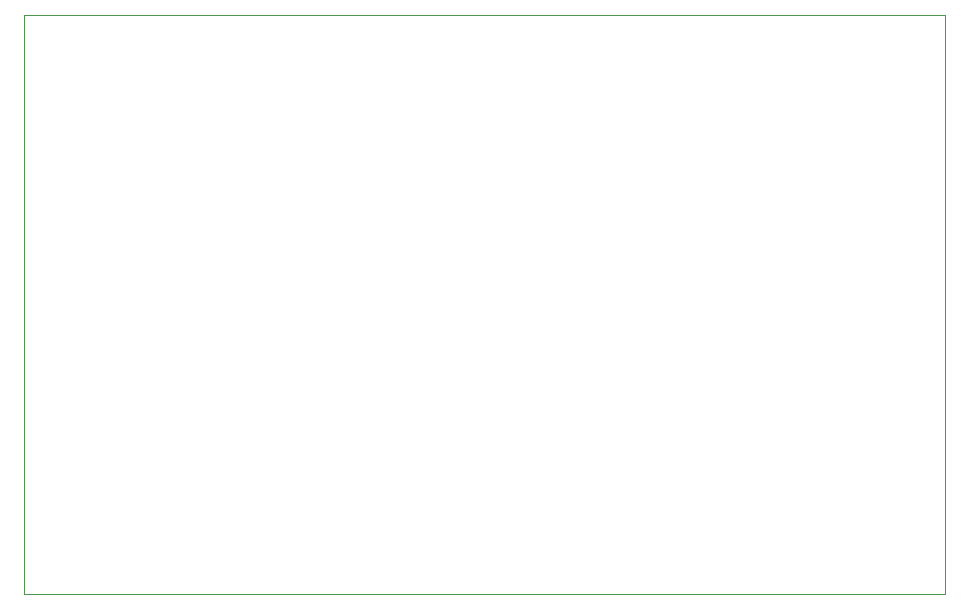
<source format=gbr>
%TF.GenerationSoftware,KiCad,Pcbnew,7.0.2-0*%
%TF.CreationDate,2025-01-08T15:26:18-05:00*%
%TF.ProjectId,plaqchek_electrodes,706c6171-6368-4656-9b5f-656c65637472,rev?*%
%TF.SameCoordinates,Original*%
%TF.FileFunction,Profile,NP*%
%FSLAX46Y46*%
G04 Gerber Fmt 4.6, Leading zero omitted, Abs format (unit mm)*
G04 Created by KiCad (PCBNEW 7.0.2-0) date 2025-01-08 15:26:18*
%MOMM*%
%LPD*%
G01*
G04 APERTURE LIST*
%TA.AperFunction,Profile*%
%ADD10C,0.100000*%
%TD*%
G04 APERTURE END LIST*
D10*
X141000000Y-79000000D02*
X219000000Y-79000000D01*
X219000000Y-128000000D01*
X141000000Y-128000000D01*
X141000000Y-79000000D01*
M02*

</source>
